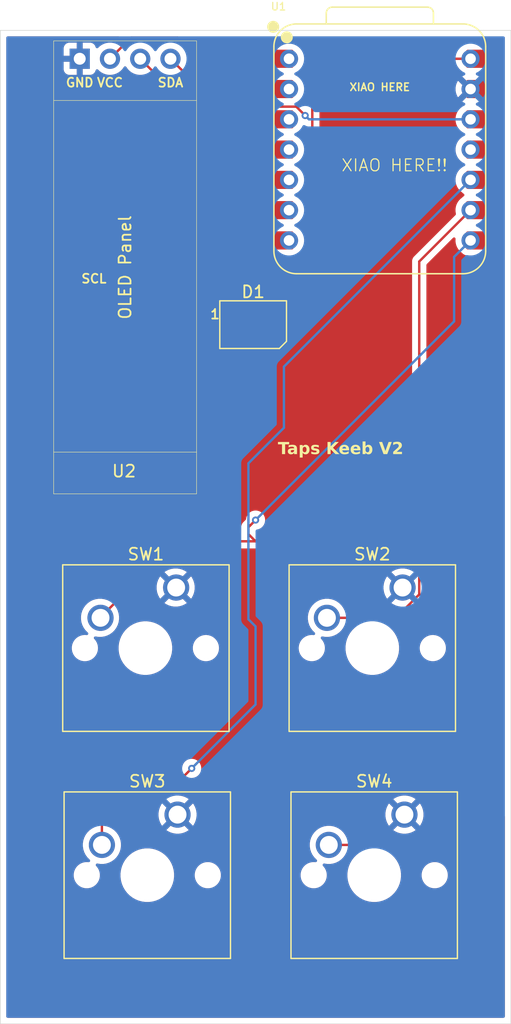
<source format=kicad_pcb>
(kicad_pcb (version 20241229) (generator "pcbnew") (generator_version "9.0")
  (layers (0 "F.Cu" signal) (2 "B.Cu" signal) (13 "F.Paste" user) (15 "B.Paste" user) (5 "F.SilkS" user "F.Silkscreen") (7 "B.SilkS" user "B.Silkscreen") (1 "F.Mask" user) (3 "B.Mask" user) (25 "Edge.Cuts" user))
  (net 0 "")
  (net 2 "+5V")
  (net 3 "Net-(D1-DIN)")
  (net 4 "Net-(U1-GPIO1{slash}RX)")
  (net 5 "Net-(U1-GPIO2{slash}SCK)")
  (net 6 "Net-(U1-GPIO4{slash}MISO)")
  (net 7 "Net-(U1-GPIO7{slash}SCL)")
  (net 9 "Net-(U1-GPIO6{slash}SDA)")
  (net 13 "Net-(U1-3V3)")
  (net 14 "GND")
  (net 15 "Net-(U1-GPIO3{slash}MOSI)")
  (footprint "Button_Switch_Keyboard:SW_Cherry_MX_1.00u_PCB" (layer "F.Cu") (at 29.167705 80.080219)
    (property "Reference" "SW3" (at -2.54 -2.794 0) (layer "F.SilkS"))
    (property "Value" "SW_Push")
    (fp_line (start -9.525 -1.905) (end 4.445 -1.905) (stroke (width 0.12)) (layer "F.SilkS"))
    (fp_line (start -9.525 12.065) (end -9.525 -1.905) (stroke (width 0.12)) (layer "F.SilkS"))
    (fp_line (start 4.445 -1.905) (end 4.445 12.065) (stroke (width 0.12)) (layer "F.SilkS"))
    (fp_line (start 4.445 12.065) (end -9.525 12.065) (stroke (width 0.12)) (layer "F.SilkS"))
    (pad "" np_thru_hole circle (at -7.62 5.08) (size 1.7 1.7) (drill 1.7) (layers "*.Cu" "*.Mask"))
    (pad "" np_thru_hole circle (at -2.54 5.08) (size 4 4) (drill 4) (layers "*.Cu" "*.Mask"))
    (pad "" np_thru_hole circle (at 2.54 5.08) (size 1.7 1.7) (drill 1.7) (layers "*.Cu" "*.Mask"))
    (pad "1" thru_hole circle (at 0 0) (size 2.2 2.2) (drill 1.5) (layers "*.Cu" "*.Mask") (net 14 "GND"))
    (pad "2" thru_hole circle (at -6.35 2.54) (size 2.2 2.2) (drill 1.5) (layers "*.Cu" "*.Mask") (net 6 "Net-(U1-GPIO4{slash}MISO)"))
  )
  (footprint "Button_Switch_Keyboard:SW_Cherry_MX_1.00u_PCB" (layer "F.Cu") (at 48.058955 61.030219)
    (property "Reference" "SW2" (at -2.54 -2.794 0) (layer "F.SilkS"))
    (property "Value" "SW_Push")
    (fp_line (start -9.525 -1.905) (end 4.445 -1.905) (stroke (width 0.12)) (layer "F.SilkS"))
    (fp_line (start -9.525 12.065) (end -9.525 -1.905) (stroke (width 0.12)) (layer "F.SilkS"))
    (fp_line (start 4.445 -1.905) (end 4.445 12.065) (stroke (width 0.12)) (layer "F.SilkS"))
    (fp_line (start 4.445 12.065) (end -9.525 12.065) (stroke (width 0.12)) (layer "F.SilkS"))
    (pad "" np_thru_hole circle (at -7.62 5.08) (size 1.7 1.7) (drill 1.7) (layers "*.Cu" "*.Mask"))
    (pad "" np_thru_hole circle (at -2.54 5.08) (size 4 4) (drill 4) (layers "*.Cu" "*.Mask"))
    (pad "" np_thru_hole circle (at 2.54 5.08) (size 1.7 1.7) (drill 1.7) (layers "*.Cu" "*.Mask"))
    (pad "1" thru_hole circle (at 0 0) (size 2.2 2.2) (drill 1.5) (layers "*.Cu" "*.Mask") (net 14 "GND"))
    (pad "2" thru_hole circle (at -6.35 2.54) (size 2.2 2.2) (drill 1.5) (layers "*.Cu" "*.Mask") (net 5 "Net-(U1-GPIO2{slash}SCK)"))
  )
  (footprint "QPL:XIAO-RP2040-DIP" (layer "F.Cu") (at 46.1475 24.28875)
    (property "Reference" "U1" (at -8.5 -12 0) (layer "F.SilkS") (effects (font (size 0.635 0.635) (thickness 0.1016))))
    (property "Value" "XIAO HERE" (at 0 -5.23875 0) (layer "F.SilkS") (effects (font (size 0.635 0.635) (thickness 0.127) (bold yes))))
    (fp_line (start -8.89 8.509) (end -8.89 -8.636) (stroke (width 0.127)) (layer "F.SilkS"))
    (fp_line (start -6.985 10.414) (end 6.985 10.414) (stroke (width 0.127)) (layer "F.SilkS"))
    (fp_line (start -4.495 -10.541) (end -4.491272 -11.451272) (stroke (width 0.127)) (layer "F.SilkS"))
    (fp_line (start -3.991272 -11.951) (end 4.004 -11.951) (stroke (width 0.127)) (layer "F.SilkS"))
    (fp_line (start 4.504 -11.451) (end 4.504 -10.541) (stroke (width 0.127)) (layer "F.SilkS"))
    (fp_line (start 6.985 -10.541) (end -6.985 -10.541) (stroke (width 0.1)) (layer "F.SilkS"))
    (fp_line (start 6.985 -10.541) (end -6.985 -10.541) (stroke (width 0.127)) (layer "F.SilkS"))
    (fp_line (start 8.89 8.509) (end 8.89 -8.636) (stroke (width 0.127)) (layer "F.SilkS"))
    (fp_arc (start -8.89 -8.636) (mid -8.332038 -9.983038) (end -6.985 -10.541) (stroke (width 0.127)) (layer "F.SilkS"))
    (fp_arc (start -6.985 10.414) (mid -8.332038 9.856038) (end -8.89 8.509) (stroke (width 0.127)) (layer "F.SilkS"))
    (fp_arc (start -4.491272 -11.451272) (mid -4.344728 -11.80464) (end -3.991272 -11.951) (stroke (width 0.127)) (layer "F.SilkS"))
    (fp_arc (start 4.004 -11.951) (mid 4.357553 -11.804553) (end 4.504 -11.451) (stroke (width 0.127)) (layer "F.SilkS"))
    (fp_arc (start 6.985 -10.541) (mid 8.332038 -9.983038) (end 8.89 -8.636) (stroke (width 0.127)) (layer "F.SilkS"))
    (fp_arc (start 8.89 8.509) (mid 8.332038 9.856038) (end 6.985 10.414) (stroke (width 0.127)) (layer "F.SilkS"))
    (fp_circle (center -8.95 -10.3) (end -8.95 -10.554) (stroke (width 0.5)) (fill yes) (layer "F.SilkS"))
    (fp_circle (center -7.807 -9.42) (end -7.807 -9.674) (stroke (width 0.5)) (fill yes) (layer "F.SilkS"))
    (pad "1" smd roundrect (at -8.455 -7.62 180) (size 2.432 1.524) (layers "F.Cu" "F.Mask") (roundrect_rratio 0.1))
    (pad "1" thru_hole circle (at -7.62 -7.62 180) (size 1.524 1.524) (drill 0.889) (layers "*.Cu" "*.Mask"))
    (pad "2" smd roundrect (at -8.455 -5.08 180) (size 2.432 1.524) (layers "F.Cu" "F.Mask") (roundrect_rratio 0.1))
    (pad "2" thru_hole circle (at -7.62 -5.08 180) (size 1.524 1.524) (drill 0.889) (layers "*.Cu" "*.Mask"))
    (pad "3" smd roundrect (at -8.455 -2.54 180) (size 2.432 1.524) (layers "F.Cu" "F.Mask") (roundrect_rratio 0.1))
    (pad "3" thru_hole circle (at -7.62 -2.54 180) (size 1.524 1.524) (drill 0.889) (layers "*.Cu" "*.Mask"))
    (pad "4" smd roundrect (at -8.455 0 180) (size 2.432 1.524) (layers "F.Cu" "F.Mask") (roundrect_rratio 0.1))
    (pad "4" thru_hole circle (at -7.62 0 180) (size 1.524 1.524) (drill 0.889) (layers "*.Cu" "*.Mask"))
    (pad "5" smd roundrect (at -8.455 2.54 180) (size 2.432 1.524) (layers "F.Cu" "F.Mask") (roundrect_rratio 0.1) (net 9 "Net-(U1-GPIO6{slash}SDA)"))
    (pad "5" thru_hole circle (at -7.62 2.54 180) (size 1.524 1.524) (drill 0.889) (layers "*.Cu" "*.Mask") (net 9 "Net-(U1-GPIO6{slash}SDA)"))
    (pad "6" smd roundrect (at -8.455 5.08 180) (size 2.432 1.524) (layers "F.Cu" "F.Mask") (roundrect_rratio 0.1) (net 7 "Net-(U1-GPIO7{slash}SCL)"))
    (pad "6" thru_hole circle (at -7.62 5.08 180) (size 1.524 1.524) (drill 0.889) (layers "*.Cu" "*.Mask") (net 7 "Net-(U1-GPIO7{slash}SCL)"))
    (pad "7" smd roundrect (at -8.455 7.62 180) (size 2.432 1.524) (layers "F.Cu" "F.Mask") (roundrect_rratio 0.1) (net 3 "Net-(D1-DIN)"))
    (pad "7" thru_hole circle (at -7.62 7.62 180) (size 1.524 1.524) (drill 0.889) (layers "*.Cu" "*.Mask") (net 3 "Net-(D1-DIN)"))
    (pad "8" thru_hole circle (at 7.62 7.62) (size 1.524 1.524) (drill 0.889) (layers "*.Cu" "*.Mask") (net 4 "Net-(U1-GPIO1{slash}RX)"))
    (pad "8" smd roundrect (at 8.455 7.62) (size 2.432 1.524) (layers "F.Cu" "F.Mask") (roundrect_rratio 0.1) (net 4 "Net-(U1-GPIO1{slash}RX)"))
    (pad "9" thru_hole circle (at 7.62 5.08) (size 1.524 1.524) (drill 0.889) (layers "*.Cu" "*.Mask") (net 5 "Net-(U1-GPIO2{slash}SCK)"))
    (pad "9" smd roundrect (at 8.455 5.08) (size 2.432 1.524) (layers "F.Cu" "F.Mask") (roundrect_rratio 0.1) (net 5 "Net-(U1-GPIO2{slash}SCK)"))
    (pad "10" thru_hole circle (at 7.62 2.54) (size 1.524 1.524) (drill 0.889) (layers "*.Cu" "*.Mask") (net 6 "Net-(U1-GPIO4{slash}MISO)"))
    (pad "10" smd roundrect (at 8.455 2.54) (size 2.432 1.524) (layers "F.Cu" "F.Mask") (roundrect_rratio 0.1) (net 6 "Net-(U1-GPIO4{slash}MISO)"))
    (pad "11" thru_hole circle (at 7.62 0) (size 1.524 1.524) (drill 0.889) (layers "*.Cu" "*.Mask") (net 15 "Net-(U1-GPIO3{slash}MOSI)"))
    (pad "11" smd roundrect (at 8.455 0) (size 2.432 1.524) (layers "F.Cu" "F.Mask") (roundrect_rratio 0.1) (net 15 "Net-(U1-GPIO3{slash}MOSI)"))
    (pad "12" thru_hole circle (at 7.62 -2.54) (size 1.524 1.524) (drill 0.889) (layers "*.Cu" "*.Mask") (net 13 "Net-(U1-3V3)"))
    (pad "12" smd roundrect (at 8.455 -2.54) (size 2.432 1.524) (layers "F.Cu" "F.Mask") (roundrect_rratio 0.1) (net 13 "Net-(U1-3V3)"))
    (pad "13" thru_hole circle (at 7.62 -5.08) (size 1.524 1.524) (drill 0.889) (layers "*.Cu" "*.Mask") (net 14 "GND"))
    (pad "13" smd roundrect (at 8.455 -5.08) (size 2.432 1.524) (layers "F.Cu" "F.Mask") (roundrect_rratio 0.1) (net 14 "GND"))
    (pad "14" thru_hole circle (at 7.62 -7.62) (size 1.524 1.524) (drill 0.889) (layers "*.Cu" "*.Mask") (net 2 "+5V"))
    (pad "14" smd roundrect (at 8.455 -7.62) (size 2.432 1.524) (layers "F.Cu" "F.Mask") (roundrect_rratio 0.1) (net 2 "+5V"))
  )
  (footprint "Screen:SSD1306-0.91-OLED-4pin-128x32" (layer "F.Cu") (at 18.765 53.16875 90)
    (property "Reference" "U2" (at 1.9 5.91 180) (layer "F.SilkS"))
    (property "Value" "OLED_0.91_I2C")
    (fp_line (start 38 0) (end 0 0) (stroke (width 0.04)) (layer "F.SilkS"))
    (fp_line (start 33 0) (end 33 12) (stroke (width 0.04)) (layer "F.SilkS"))
    (fp_line (start 3.5 0) (end 3.5 12) (stroke (width 0.04)) (layer "F.SilkS"))
    (fp_line (start 0 0) (end 0 12) (stroke (width 0.04)) (layer "F.SilkS"))
    (fp_line (start 38 12) (end 38 0) (stroke (width 0.04)) (layer "F.SilkS"))
    (fp_line (start 0 12) (end 38 12) (stroke (width 0.04)) (layer "F.SilkS"))
    (fp_text user "GND" (at 34.5 2.19 0) (layer "F.SilkS") (effects (font (size 0.75 0.75))))
    (fp_text user "SDA" (at 34.5 9.81 0) (layer "F.SilkS") (effects (font (size 0.75 0.75))))
    (fp_text user "VCC" (at 34.5 4.73 0) (layer "F.SilkS") (effects (font (size 0.75 0.75))))
    (fp_text user "OLED Panel" (at 19 6 90) (layer "F.SilkS"))
    (fp_text user "SCL" (at 18.04875 3.3825 0) (layer "F.SilkS") (effects (font (size 0.75 0.75))))
    (pad "1" thru_hole rect (at 36.5 2.19 90) (size 1.7 1.7) (drill 1) (layers "*.Cu" "*.Mask") (net 14 "GND"))
    (pad "2" thru_hole oval (at 36.5 4.73 90) (size 1.7 1.7) (drill 1) (layers "*.Cu" "*.Mask") (net 13 "Net-(U1-3V3)"))
    (pad "3" thru_hole oval (at 36.5 7.27 90) (size 1.7 1.7) (drill 1) (layers "*.Cu" "*.Mask") (net 7 "Net-(U1-GPIO7{slash}SCL)"))
    (pad "4" thru_hole oval (at 36.5 9.81 90) (size 1.7 1.7) (drill 1) (layers "*.Cu" "*.Mask") (net 9 "Net-(U1-GPIO6{slash}SDA)"))
  )
  (footprint "Button_Switch_Keyboard:SW_Cherry_MX_1.00u_PCB" (layer "F.Cu") (at 29.05125 61.030219)
    (property "Reference" "SW1" (at -2.54 -2.794 0) (layer "F.SilkS"))
    (property "Value" "SW_Push")
    (fp_line (start -9.525 -1.905) (end 4.445 -1.905) (stroke (width 0.12)) (layer "F.SilkS"))
    (fp_line (start -9.525 12.065) (end -9.525 -1.905) (stroke (width 0.12)) (layer "F.SilkS"))
    (fp_line (start 4.445 -1.905) (end 4.445 12.065) (stroke (width 0.12)) (layer "F.SilkS"))
    (fp_line (start 4.445 12.065) (end -9.525 12.065) (stroke (width 0.12)) (layer "F.SilkS"))
    (pad "" np_thru_hole circle (at -7.62 5.08) (size 1.7 1.7) (drill 1.7) (layers "*.Cu" "*.Mask"))
    (pad "" np_thru_hole circle (at -2.54 5.08) (size 4 4) (drill 4) (layers "*.Cu" "*.Mask"))
    (pad "" np_thru_hole circle (at 2.54 5.08) (size 1.7 1.7) (drill 1.7) (layers "*.Cu" "*.Mask"))
    (pad "1" thru_hole circle (at 0 0) (size 2.2 2.2) (drill 1.5) (layers "*.Cu" "*.Mask") (net 14 "GND"))
    (pad "2" thru_hole circle (at -6.35 2.54) (size 2.2 2.2) (drill 1.5) (layers "*.Cu" "*.Mask") (net 4 "Net-(U1-GPIO1{slash}RX)"))
  )
  (footprint "Button_Switch_Keyboard:SW_Cherry_MX_1.00u_PCB" (layer "F.Cu") (at 48.217705 80.080219)
    (property "Reference" "SW4" (at -2.54 -2.794 0) (layer "F.SilkS"))
    (property "Value" "SW_Push")
    (fp_line (start -9.525 -1.905) (end 4.445 -1.905) (stroke (width 0.12)) (layer "F.SilkS"))
    (fp_line (start -9.525 12.065) (end -9.525 -1.905) (stroke (width 0.12)) (layer "F.SilkS"))
    (fp_line (start 4.445 -1.905) (end 4.445 12.065) (stroke (width 0.12)) (layer "F.SilkS"))
    (fp_line (start 4.445 12.065) (end -9.525 12.065) (stroke (width 0.12)) (layer "F.SilkS"))
    (pad "" np_thru_hole circle (at -7.62 5.08) (size 1.7 1.7) (drill 1.7) (layers "*.Cu" "*.Mask"))
    (pad "" np_thru_hole circle (at -2.54 5.08) (size 4 4) (drill 4) (layers "*.Cu" "*.Mask"))
    (pad "" np_thru_hole circle (at 2.54 5.08) (size 1.7 1.7) (drill 1.7) (layers "*.Cu" "*.Mask"))
    (pad "1" thru_hole circle (at 0 0) (size 2.2 2.2) (drill 1.5) (layers "*.Cu" "*.Mask") (net 14 "GND"))
    (pad "2" thru_hole circle (at -6.35 2.54) (size 2.2 2.2) (drill 1.5) (layers "*.Cu" "*.Mask") (net 15 "Net-(U1-GPIO3{slash}MOSI)"))
  )
  (footprint "LED_SMD:LED_SK6812MINI_PLCC4_3.5x3.5mm_P1.75mm" (layer "F.Cu") (at 35.515 38.975)
    (property "Reference" "D1" (at 0 -2.75 0) (layer "F.SilkS"))
    (property "Value" "SK6812MINI")
    (fp_line (start -2.8 -2) (end -2.8 2) (stroke (width 0.12)) (layer "F.SilkS"))
    (fp_line (start -2.8 -2) (end 2.8 -2) (stroke (width 0.12)) (layer "F.SilkS"))
    (fp_line (start -2.8 2) (end 2.2 2) (stroke (width 0.12)) (layer "F.SilkS"))
    (fp_line (start 2.8 1.4) (end 2.2 2) (stroke (width 0.12)) (layer "F.SilkS"))
    (fp_line (start 2.8 1.4) (end 2.8 -2) (stroke (width 0.12)) (layer "F.SilkS"))
    (fp_text user "1" (at -3.2 -0.875 0) (layer "F.SilkS") (effects (font (size 0.8 0.8))))
    (pad "1" smd rect (at -1.75 -0.875) (size 1.6 0.85) (layers "F.Cu" "F.Mask" "F.Paste"))
    (pad "2" smd rect (at -1.75 0.875) (size 1.6 0.85) (layers "F.Cu" "F.Mask" "F.Paste") (net 14 "GND"))
    (pad "3" smd rect (at 1.75 0.875) (size 1.6 0.85) (layers "F.Cu" "F.Mask" "F.Paste") (net 3 "Net-(D1-DIN)"))
    (pad "4" smd rect (at 1.75 -0.875) (size 1.6 0.85) (layers "F.Cu" "F.Mask" "F.Paste") (net 2 "+5V"))
  )
  (gr_rect (start 14.2875 14.2875) (end 57.15 97.63125) (stroke (width 0.05)) (fill no) (layer "Edge.Cuts"))
  (gr_text "XIAO HERE!!\n" (at 42.8625 26.19375 0) (layer "F.SilkS") (effects (font (size 1 1) (thickness 0.1)) (justify left bottom)))
  (gr_text "Taps Keeb V2\n" (at 42.8625 50.00625 0) (layer "F.SilkS") (effects (font (size 1 1) (thickness 0.2) (bold yes)) (justify bottom)))
  (segment (start 40.48125 35.71875) (end 40.48125 19.05) (width 0.2) (layer "F.Cu") (net 2))
  (segment (start 42.8625 16.66875) (end 53.7675 16.66875) (width 0.2) (layer "F.Cu") (net 2))
  (segment (start 38.1 38.1) (end 40.48125 35.71875) (width 0.2) (layer "F.Cu") (net 2))
  (segment (start 40.48125 19.05) (end 42.8625 16.66875) (width 0.2) (layer "F.Cu") (net 2))
  (segment (start 38.1 38.1) (end 37.265 38.1) (width 0.2) (layer "F.Cu") (net 2))
  (segment (start 37.265 39.85) (end 36.164 38.749) (width 0.2) (layer "F.Cu") (net 3))
  (segment (start 36.164 33.43725) (end 37.6925 31.90875) (width 0.2) (layer "F.Cu") (net 3))
  (segment (start 36.164 38.749) (end 36.164 33.43725) (width 0.2) (layer "F.Cu") (net 3))
  (segment (start 35.11875 56.55) (end 35.11875 55.96875) (width 0.2) (layer "F.Cu") (net 4))
  (segment (start 35.71875 57.15) (end 35.11875 56.55) (width 0.2) (layer "F.Cu") (net 4))
  (segment (start 22.658955 63.570219) (end 29.079174 57.15) (width 0.2) (layer "F.Cu") (net 4))
  (segment (start 35.11875 55.96875) (end 35.71875 55.36875) (width 0.2) (layer "F.Cu") (net 4))
  (segment (start 29.079174 57.15) (end 35.71875 57.15) (width 0.2) (layer "F.Cu") (net 4))
  (via (at 35.71875 55.36875) (size 0.6) (drill 0.3) (layers "F.Cu" "B.Cu") (net 4))
  (segment (start 52.3875 38.7) (end 52.3875 33.28875) (width 0.2) (layer "B.Cu") (net 4))
  (segment (start 52.3875 33.28875) (end 53.7675 31.90875) (width 0.2) (layer "B.Cu") (net 4))
  (segment (start 35.71875 55.36875) (end 52.3875 38.7) (width 0.2) (layer "B.Cu") (net 4))
  (segment (start 49.459955 61.610533) (end 47.500269 63.570219) (width 0.2) (layer "F.Cu") (net 5))
  (segment (start 47.500269 63.570219) (end 41.708955 63.570219) (width 0.2) (layer "F.Cu") (net 5))
  (segment (start 53.7675 29.36875) (end 49.459955 33.676295) (width 0.2) (layer "F.Cu") (net 5))
  (segment (start 49.459955 33.676295) (end 49.459955 61.610533) (width 0.2) (layer "F.Cu") (net 5))
  (segment (start 23.8125 78.58125) (end 27.975 78.58125) (width 0.2) (layer "F.Cu") (net 6))
  (segment (start 22.817705 79.576045) (end 23.8125 78.58125) (width 0.2) (layer "F.Cu") (net 6))
  (segment (start 22.817705 82.620219) (end 22.817705 79.576045) (width 0.2) (layer "F.Cu") (net 6))
  (segment (start 27.975 78.58125) (end 30.35625 76.2) (width 0.2) (layer "F.Cu") (net 6))
  (via (at 30.35625 76.2) (size 0.6) (drill 0.3) (layers "F.Cu" "B.Cu") (net 6))
  (segment (start 35.11775 63.69275) (end 35.11775 50.60725) (width 0.2) (layer "B.Cu") (net 6))
  (segment (start 35.71875 70.8375) (end 35.71875 64.29375) (width 0.2) (layer "B.Cu") (net 6))
  (segment (start 35.71875 64.29375) (end 35.11775 63.69275) (width 0.2) (layer "B.Cu") (net 6))
  (segment (start 35.11775 50.60725) (end 38.1 47.625) (width 0.2) (layer "B.Cu") (net 6))
  (segment (start 38.1 47.625) (end 38.1 42.49625) (width 0.2) (layer "B.Cu") (net 6))
  (segment (start 38.1 42.49625) (end 53.7675 26.82875) (width 0.2) (layer "B.Cu") (net 6))
  (segment (start 30.35625 76.2) (end 35.71875 70.8375) (width 0.2) (layer "B.Cu") (net 6))
  (segment (start 30.95625 28.575) (end 30.95625 21.59) (width 0.2) (layer "F.Cu") (net 7))
  (segment (start 30.95625 21.59) (end 26.035 16.66875) (width 0.2) (layer "F.Cu") (net 7))
  (segment (start 38.5275 29.36875) (end 31.75 29.36875) (width 0.2) (layer "F.Cu") (net 7))
  (segment (start 31.75 29.36875) (end 30.95625 28.575) (width 0.2) (layer "F.Cu") (net 7))
  (segment (start 33.3375 23.8125) (end 36.35375 26.82875) (width 0.2) (layer "F.Cu") (net 9))
  (segment (start 28.575 16.66875) (end 33.3375 21.43125) (width 0.2) (layer "F.Cu") (net 9))
  (segment (start 36.35375 26.82875) (end 38.5275 26.82875) (width 0.2) (layer "F.Cu") (net 9))
  (segment (start 33.3375 21.43125) (end 33.3375 23.8125) (width 0.2) (layer "F.Cu") (net 9))
  (segment (start 25.27525 14.8885) (end 29.176 14.8885) (width 0.2) (layer "F.Cu") (net 13))
  (segment (start 29.176 14.8885) (end 33.3375 19.05) (width 0.2) (layer "F.Cu") (net 13))
  (segment (start 33.3375 19.05) (end 34.97325 20.68575) (width 0.2) (layer "F.Cu") (net 13))
  (segment (start 34.97325 20.68575) (end 39.13575 20.68575) (width 0.2) (layer "F.Cu") (net 13))
  (segment (start 39.13575 20.68575) (end 39.88125 21.43125) (width 0.2) (layer "F.Cu") (net 13))
  (segment (start 23.495 16.66875) (end 25.27525 14.8885) (width 0.2) (layer "F.Cu") (net 13))
  (via (at 39.88125 21.43125) (size 0.6) (drill 0.3) (layers "F.Cu" "B.Cu") (net 13))
  (segment (start 40.19875 21.74875) (end 53.7675 21.74875) (width 0.2) (layer "B.Cu") (net 13))
  (segment (start 39.88125 21.43125) (end 40.19875 21.74875) (width 0.2) (layer "B.Cu") (net 13))
  (segment (start 33.765 40.05375) (end 33.765 39.85) (width 0.2) (layer "F.Cu") (net 14))
  (segment (start 53.111031 82.620219) (end 56.1195 79.61175) (width 0.2) (layer "F.Cu") (net 15))
  (segment (start 56.1195 79.61175) (end 56.1195 26.027124) (width 0.2) (layer "F.Cu") (net 15))
  (segment (start 41.867705 82.620219) (end 53.111031 82.620219) (width 0.2) (layer "F.Cu") (net 15))
  (segment (start 56.1195 26.027124) (end 54.381126 24.28875) (width 0.2) (layer "F.Cu") (net 15))
  (segment (start 54.381126 24.28875) (end 53.7675 24.28875) (width 0.2) (layer "F.Cu") (net 15))
  (zone (net 14) (net_name "GND") (layer "F.Cu") (priority 1) (connect_pads (clearance 0.5)) (min_thickness 0.25) (fill yes (thermal_gap 0.5) (thermal_bridge_width 0.5))
    (polygon (pts (xy 57.15 14.2875) (xy 14.2875 14.2875) (xy 14.2875 97.63125) (xy 57.15 97.63125)))
  )
  (zone (net 14) (net_name "GND") (layers "F.Cu" "B.Cu") (connect_pads (clearance 0.5)) (min_thickness 0.25) (fill yes (thermal_gap 0.5) (thermal_bridge_width 0.5))
    (polygon (pts (xy 57.15 14.2875) (xy 57.15 97.63125) (xy 14.2875 97.63125) (xy 14.2875 14.2875)))
  )
)
</source>
